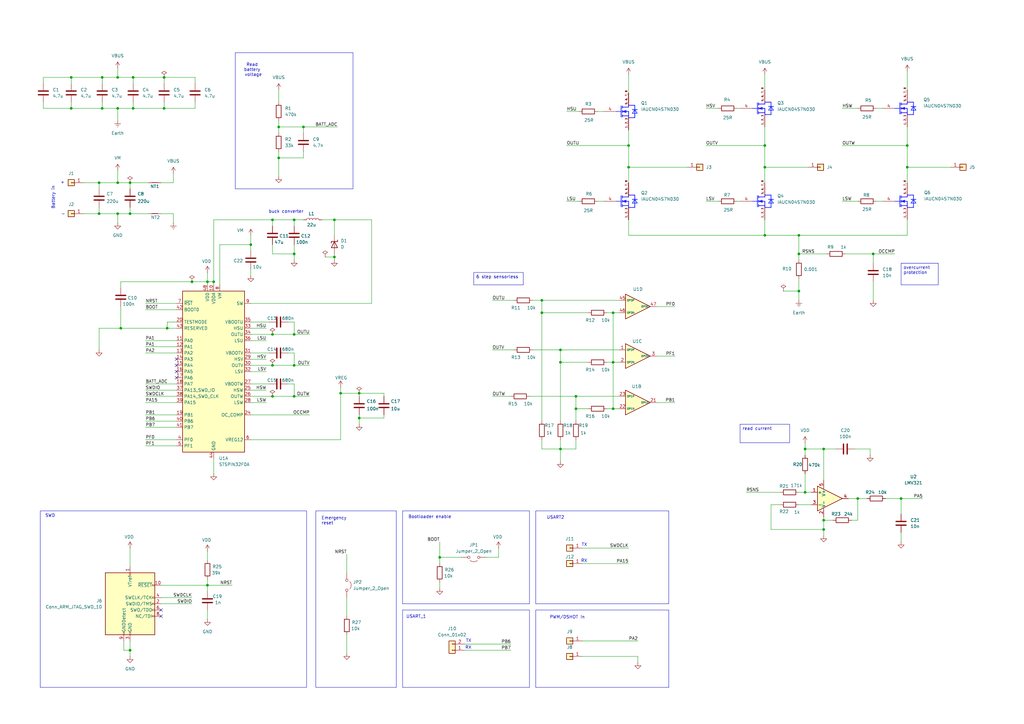
<source format=kicad_sch>
(kicad_sch (version 20250114) (generator "eeschema") (generator_version "9.0")
  (paper "A3")
  (rectangle (start 129.54 209.55) (end 162.56 281.94))
  (rectangle (start 165.1 250.19) (end 217.17 281.94))
  (rectangle (start 219.71 209.55) (end 274.32 247.65))
  (rectangle (start 219.71 250.19) (end 274.32 281.94))
  (rectangle (start 165.1 209.55) (end 217.17 247.65))
  (rectangle (start 16.51 209.55) (end 125.73 281.94))
  (rectangle (start 96.52 21.59) (end 144.78 77.47))
  (text "USART_1" (at 170.688 252.984 0) (effects (font (size 1.27 1.27))))
  (text "SWD\n" (at 20.574 211.582 0) (effects (font (size 1.27 1.27))))
  (text "RX" (at 190.754 265.684 0) (effects (font (size 1.27 1.27)) (justify left)))
  (text "TX" (at 191.008 262.89 0) (effects (font (size 1.27 1.27)) (justify left)))
  (text "RX" (at 238.252 230.124 0) (effects (font (size 1.27 1.27)) (justify left)))
  (text "Emergency\nreset" (at 131.826 213.614 0) (effects (font (size 1.27 1.27)) (justify left)))
  (text "+" (at 25.654 74.93 0) (effects (font (size 1.27 1.27))))
  (text "Read \nbattery \nvoltage" (at 103.886 28.702 0) (effects (font (size 1.27 1.27))))
  (text "USART2" (at 227.838 212.344 0) (effects (font (size 1.27 1.27))))
  (text "-" (at 25.908 87.884 0) (effects (font (size 1.27 1.27))))
  (text "TX" (at 238.506 223.52 0) (effects (font (size 1.27 1.27)) (justify left)))
  (text "Bootloader enable" (at 176.276 212.09 0) (effects (font (size 1.27 1.27))))
  (text "Battery in" (at 21.844 76.2 90) (effects (font (size 1.27 1.27)) (justify right)))
  (text "buck converter" (at 117.348 86.868 0) (effects (font (size 1.27 1.27))))
  (text "PWM/DSHOT In" (at 232.664 253.238 0) (effects (font (size 1.27 1.27))))
  (text_box "read current" (at 303.53 173.99 0) (size 20.32 7.62) (margins 0.9525 0.9525 0.9525 0.9525) (effects (font (size 1.27 1.27)) (justify left top)))
  (text_box "6 step sensorless" (at 194.31 111.76 0) (size 20.32 5.08) (margins 0.9525 0.9525 0.9525 0.9525) (effects (font (size 1.27 1.27)) (justify left top)))
  (text_box "overcurrent protection\n" (at 369.57 107.95 0) (size 15.24 8.89) (margins 0.9525 0.9525 0.9525 0.9525) (effects (font (size 1.27 1.27)) (justify left top)))
  (junction (at 111.76 162.56))
  (junction (at 114.3 64.77))
  (junction (at 85.09 115.57))
  (junction (at 330.2 184.15))
  (junction (at 327.66 119.38))
  (junction (at 369.57 204.47))
  (junction (at 53.34 74.93))
  (junction (at 114.3 52.07))
  (junction (at 40.64 87.63))
  (junction (at 78.74 115.57))
  (junction (at 111.76 149.86))
  (junction (at 40.64 74.93))
  (junction (at 48.26 31.75))
  (junction (at 120.65 162.56))
  (junction (at 120.65 137.16))
  (junction (at 29.21 31.75))
  (junction (at 147.32 171.45))
  (junction (at 137.16 90.17))
  (junction (at 236.22 162.56))
  (junction (at 327.66 96.52))
  (junction (at 251.46 148.59))
  (junction (at 68.58 134.62))
  (junction (at 48.26 87.63))
  (junction (at 120.65 149.86))
  (junction (at 147.32 161.29))
  (junction (at 111.76 90.17))
  (junction (at 87.63 115.57))
  (junction (at 41.91 44.45))
  (junction (at 337.82 217.17))
  (junction (at 48.26 74.93))
  (junction (at 67.31 31.75))
  (junction (at 49.53 134.62))
  (junction (at 330.2 201.93))
  (junction (at 327.66 104.14))
  (junction (at 222.25 123.19))
  (junction (at 222.25 128.27))
  (junction (at 124.46 52.07))
  (junction (at 111.76 137.16))
  (junction (at 67.31 44.45))
  (junction (at 337.82 184.15))
  (junction (at 120.65 104.14))
  (junction (at 372.11 68.58))
  (junction (at 102.87 100.33))
  (junction (at 337.82 213.36))
  (junction (at 372.11 59.69))
  (junction (at 358.14 104.14))
  (junction (at 53.34 87.63))
  (junction (at 313.69 59.69))
  (junction (at 313.69 96.52))
  (junction (at 48.26 44.45))
  (junction (at 54.61 44.45))
  (junction (at 229.87 184.15))
  (junction (at 351.79 204.47))
  (junction (at 229.87 143.51))
  (junction (at 29.21 44.45))
  (junction (at 137.16 105.41))
  (junction (at 251.46 167.64))
  (junction (at 313.69 68.58))
  (junction (at 257.81 68.58))
  (junction (at 41.91 31.75))
  (junction (at 85.09 240.03))
  (junction (at 229.87 148.59))
  (junction (at 139.7 161.29))
  (junction (at 251.46 128.27))
  (junction (at 54.61 31.75))
  (junction (at 236.22 167.64))
  (junction (at 53.34 266.7))
  (junction (at 180.34 228.6))
  (junction (at 257.81 59.69))
  (junction (at 120.65 90.17))
  (no_connect (at 72.39 152.4))
  (no_connect (at 66.04 252.73))
  (no_connect (at 72.39 154.94))
  (no_connect (at 66.04 250.19))
  (no_connect (at 72.39 147.32))
  (no_connect (at 72.39 149.86))
  (wire (pts (xy 199.39 228.6) (xy 204.47 228.6)))
  (wire (pts (xy 369.57 204.47) (xy 369.57 210.82)))
  (wire (pts (xy 137.16 104.14) (xy 137.16 105.41)))
  (wire (pts (xy 257.81 68.58) (xy 281.94 68.58)))
  (wire (pts (xy 54.61 44.45) (xy 54.61 41.91)))
  (wire (pts (xy 41.91 31.75) (xy 48.26 31.75)))
  (wire (pts (xy 359.41 44.45) (xy 361.95 44.45)))
  (wire (pts (xy 345.44 44.45) (xy 351.79 44.45)))
  (wire (pts (xy 229.87 148.59) (xy 241.3 148.59)))
  (wire (pts (xy 114.3 64.77) (xy 114.3 72.39)))
  (wire (pts (xy 80.01 41.91) (xy 80.01 44.45)))
  (wire (pts (xy 114.3 62.23) (xy 114.3 64.77)))
  (wire (pts (xy 330.2 184.15) (xy 330.2 186.69)))
  (wire (pts (xy 29.21 44.45) (xy 29.21 41.91)))
  (wire (pts (xy 59.69 180.34) (xy 72.39 180.34)))
  (wire (pts (xy 85.09 116.84) (xy 85.09 115.57)))
  (wire (pts (xy 80.01 44.45) (xy 67.31 44.45)))
  (wire (pts (xy 85.09 226.06) (xy 85.09 229.87)))
  (wire (pts (xy 372.11 52.07) (xy 372.11 59.69)))
  (wire (pts (xy 120.65 132.08) (xy 120.65 137.16)))
  (wire (pts (xy 222.25 123.19) (xy 222.25 128.27)))
  (wire (pts (xy 137.16 105.41) (xy 137.16 106.68)))
  (wire (pts (xy 236.22 162.56) (xy 236.22 167.64)))
  (wire (pts (xy 102.87 110.49) (xy 102.87 113.03)))
  (wire (pts (xy 372.11 68.58) (xy 372.11 74.93)))
  (wire (pts (xy 102.87 139.7) (xy 109.22 139.7)))
  (wire (pts (xy 337.82 184.15) (xy 342.9 184.15)))
  (wire (pts (xy 229.87 180.34) (xy 229.87 184.15)))
  (wire (pts (xy 59.69 172.72) (xy 72.39 172.72)))
  (wire (pts (xy 229.87 143.51) (xy 254 143.51)))
  (wire (pts (xy 347.98 204.47) (xy 351.79 204.47)))
  (wire (pts (xy 289.56 44.45) (xy 294.64 44.45)))
  (wire (pts (xy 41.91 44.45) (xy 41.91 41.91)))
  (wire (pts (xy 53.34 85.09) (xy 53.34 87.63)))
  (wire (pts (xy 41.91 44.45) (xy 48.26 44.45)))
  (wire (pts (xy 40.64 87.63) (xy 48.26 87.63)))
  (wire (pts (xy 257.81 59.69) (xy 257.81 68.58)))
  (wire (pts (xy 147.32 161.29) (xy 157.48 161.29)))
  (wire (pts (xy 85.09 115.57) (xy 87.63 115.57)))
  (wire (pts (xy 245.11 45.72) (xy 247.65 45.72)))
  (wire (pts (xy 50.8 262.89) (xy 50.8 266.7)))
  (wire (pts (xy 66.04 245.11) (xy 78.74 245.11)))
  (wire (pts (xy 49.53 125.73) (xy 49.53 134.62)))
  (wire (pts (xy 356.87 184.15) (xy 356.87 186.69)))
  (wire (pts (xy 313.69 96.52) (xy 327.66 96.52)))
  (wire (pts (xy 59.69 160.02) (xy 72.39 160.02)))
  (wire (pts (xy 359.41 82.55) (xy 361.95 82.55)))
  (wire (pts (xy 40.64 77.47) (xy 40.64 74.93)))
  (wire (pts (xy 68.58 134.62) (xy 72.39 134.62)))
  (wire (pts (xy 120.65 157.48) (xy 120.65 162.56)))
  (wire (pts (xy 351.79 213.36) (xy 351.79 204.47)))
  (wire (pts (xy 180.34 238.76) (xy 180.34 241.3)))
  (wire (pts (xy 327.66 104.14) (xy 339.09 104.14)))
  (wire (pts (xy 53.34 262.89) (xy 53.34 266.7)))
  (wire (pts (xy 59.69 124.46) (xy 72.39 124.46)))
  (wire (pts (xy 157.48 171.45) (xy 157.48 170.18)))
  (wire (pts (xy 327.66 104.14) (xy 327.66 106.68)))
  (wire (pts (xy 54.61 31.75) (xy 54.61 34.29)))
  (wire (pts (xy 102.87 137.16) (xy 111.76 137.16)))
  (wire (pts (xy 87.63 90.17) (xy 111.76 90.17)))
  (wire (pts (xy 327.66 207.01) (xy 332.74 207.01)))
  (wire (pts (xy 327.66 96.52) (xy 327.66 104.14)))
  (wire (pts (xy 40.64 134.62) (xy 49.53 134.62)))
  (wire (pts (xy 120.65 104.14) (xy 120.65 106.68)))
  (wire (pts (xy 132.08 90.17) (xy 137.16 90.17)))
  (wire (pts (xy 142.24 245.11) (xy 142.24 252.73)))
  (wire (pts (xy 59.69 142.24) (xy 72.39 142.24)))
  (wire (pts (xy 124.46 64.77) (xy 114.3 64.77)))
  (wire (pts (xy 257.81 96.52) (xy 313.69 96.52)))
  (wire (pts (xy 251.46 167.64) (xy 254 167.64)))
  (wire (pts (xy 85.09 111.76) (xy 85.09 115.57)))
  (wire (pts (xy 102.87 132.08) (xy 110.49 132.08)))
  (wire (pts (xy 78.74 115.57) (xy 85.09 115.57)))
  (wire (pts (xy 358.14 115.57) (xy 358.14 123.19)))
  (wire (pts (xy 337.82 213.36) (xy 341.63 213.36)))
  (wire (pts (xy 114.3 49.53) (xy 114.3 52.07)))
  (wire (pts (xy 180.34 222.25) (xy 180.34 228.6)))
  (wire (pts (xy 147.32 171.45) (xy 157.48 171.45)))
  (wire (pts (xy 201.93 143.51) (xy 210.82 143.51)))
  (wire (pts (xy 139.7 161.29) (xy 147.32 161.29)))
  (wire (pts (xy 337.82 184.15) (xy 330.2 184.15)))
  (wire (pts (xy 346.71 104.14) (xy 358.14 104.14)))
  (wire (pts (xy 257.81 68.58) (xy 257.81 74.93)))
  (wire (pts (xy 372.11 29.21) (xy 372.11 36.83)))
  (wire (pts (xy 120.65 149.86) (xy 127 149.86)))
  (wire (pts (xy 102.87 152.4) (xy 109.22 152.4)))
  (wire (pts (xy 87.63 90.17) (xy 87.63 115.57)))
  (wire (pts (xy 59.69 182.88) (xy 72.39 182.88)))
  (wire (pts (xy 87.63 187.96) (xy 87.63 194.31)))
  (wire (pts (xy 302.26 44.45) (xy 303.53 44.45)))
  (wire (pts (xy 139.7 158.75) (xy 139.7 161.29)))
  (wire (pts (xy 124.46 52.07) (xy 138.43 52.07)))
  (wire (pts (xy 111.76 149.86) (xy 120.65 149.86)))
  (wire (pts (xy 67.31 44.45) (xy 54.61 44.45)))
  (wire (pts (xy 236.22 167.64) (xy 241.3 167.64)))
  (wire (pts (xy 261.62 269.24) (xy 261.62 271.78)))
  (wire (pts (xy 29.21 31.75) (xy 29.21 34.29)))
  (wire (pts (xy 321.31 119.38) (xy 327.66 119.38)))
  (wire (pts (xy 251.46 148.59) (xy 251.46 167.64)))
  (wire (pts (xy 102.87 144.78) (xy 110.49 144.78)))
  (wire (pts (xy 53.34 74.93) (xy 53.34 77.47)))
  (wire (pts (xy 111.76 104.14) (xy 120.65 104.14)))
  (wire (pts (xy 248.92 167.64) (xy 251.46 167.64)))
  (wire (pts (xy 313.69 30.48) (xy 313.69 36.83)))
  (wire (pts (xy 48.26 87.63) (xy 53.34 87.63)))
  (wire (pts (xy 142.24 260.35) (xy 142.24 267.97)))
  (wire (pts (xy 372.11 59.69) (xy 372.11 68.58)))
  (wire (pts (xy 17.78 34.29) (xy 17.78 31.75)))
  (wire (pts (xy 217.17 162.56) (xy 236.22 162.56)))
  (wire (pts (xy 71.12 71.12) (xy 71.12 74.93)))
  (wire (pts (xy 238.76 262.89) (xy 261.62 262.89)))
  (wire (pts (xy 363.22 204.47) (xy 369.57 204.47)))
  (wire (pts (xy 72.39 132.08) (xy 68.58 132.08)))
  (wire (pts (xy 102.87 134.62) (xy 109.22 134.62)))
  (wire (pts (xy 369.57 218.44) (xy 369.57 222.25)))
  (wire (pts (xy 327.66 114.3) (xy 327.66 119.38)))
  (wire (pts (xy 17.78 31.75) (xy 29.21 31.75)))
  (wire (pts (xy 222.25 123.19) (xy 254 123.19)))
  (wire (pts (xy 59.69 144.78) (xy 72.39 144.78)))
  (wire (pts (xy 248.92 148.59) (xy 251.46 148.59)))
  (wire (pts (xy 85.09 237.49) (xy 85.09 240.03)))
  (wire (pts (xy 257.81 53.34) (xy 257.81 59.69)))
  (wire (pts (xy 316.23 207.01) (xy 320.04 207.01)))
  (wire (pts (xy 53.34 266.7) (xy 53.34 269.24)))
  (wire (pts (xy 218.44 123.19) (xy 222.25 123.19)))
  (wire (pts (xy 34.29 87.63) (xy 40.64 87.63)))
  (wire (pts (xy 147.32 171.45) (xy 147.32 170.18)))
  (wire (pts (xy 111.76 92.71) (xy 111.76 90.17)))
  (wire (pts (xy 229.87 184.15) (xy 229.87 189.23)))
  (wire (pts (xy 222.25 128.27) (xy 222.25 172.72)))
  (wire (pts (xy 157.48 161.29) (xy 157.48 162.56)))
  (wire (pts (xy 232.41 45.72) (xy 237.49 45.72)))
  (wire (pts (xy 204.47 228.6) (xy 204.47 224.79)))
  (wire (pts (xy 111.76 137.16) (xy 120.65 137.16)))
  (wire (pts (xy 67.31 31.75) (xy 67.31 34.29)))
  (wire (pts (xy 118.11 144.78) (xy 120.65 144.78)))
  (wire (pts (xy 313.69 68.58) (xy 331.47 68.58)))
  (wire (pts (xy 345.44 82.55) (xy 351.79 82.55)))
  (wire (pts (xy 80.01 31.75) (xy 80.01 34.29)))
  (wire (pts (xy 102.87 157.48) (xy 110.49 157.48)))
  (wire (pts (xy 337.82 213.36) (xy 337.82 217.17)))
  (wire (pts (xy 29.21 44.45) (xy 41.91 44.45)))
  (wire (pts (xy 59.69 170.18) (xy 72.39 170.18)))
  (wire (pts (xy 102.87 160.02) (xy 109.22 160.02)))
  (wire (pts (xy 257.81 224.79) (xy 238.76 224.79)))
  (wire (pts (xy 372.11 68.58) (xy 389.89 68.58)))
  (wire (pts (xy 330.2 181.61) (xy 330.2 184.15)))
  (wire (pts (xy 59.69 175.26) (xy 72.39 175.26)))
  (wire (pts (xy 236.22 180.34) (xy 236.22 184.15)))
  (wire (pts (xy 102.87 180.34) (xy 139.7 180.34)))
  (wire (pts (xy 41.91 31.75) (xy 29.21 31.75)))
  (wire (pts (xy 248.92 128.27) (xy 251.46 128.27)))
  (wire (pts (xy 201.93 123.19) (xy 210.82 123.19)))
  (wire (pts (xy 229.87 184.15) (xy 236.22 184.15)))
  (wire (pts (xy 49.53 115.57) (xy 78.74 115.57)))
  (wire (pts (xy 372.11 90.17) (xy 372.11 96.52)))
  (wire (pts (xy 147.32 161.29) (xy 147.32 162.56)))
  (wire (pts (xy 120.65 144.78) (xy 120.65 149.86)))
  (wire (pts (xy 330.2 194.31) (xy 330.2 201.93)))
  (wire (pts (xy 118.11 132.08) (xy 120.65 132.08)))
  (wire (pts (xy 257.81 90.17) (xy 257.81 96.52)))
  (wire (pts (xy 48.26 44.45) (xy 54.61 44.45)))
  (wire (pts (xy 142.24 227.33) (xy 142.24 234.95)))
  (wire (pts (xy 218.44 143.51) (xy 229.87 143.51)))
  (wire (pts (xy 236.22 167.64) (xy 236.22 172.72)))
  (wire (pts (xy 316.23 217.17) (xy 337.82 217.17)))
  (wire (pts (xy 59.69 165.1) (xy 72.39 165.1)))
  (wire (pts (xy 222.25 128.27) (xy 241.3 128.27)))
  (wire (pts (xy 53.34 87.63) (xy 60.96 87.63)))
  (wire (pts (xy 71.12 87.63) (xy 71.12 91.44)))
  (wire (pts (xy 48.26 74.93) (xy 53.34 74.93)))
  (wire (pts (xy 229.87 143.51) (xy 229.87 148.59)))
  (wire (pts (xy 180.34 228.6) (xy 180.34 231.14)))
  (wire (pts (xy 54.61 31.75) (xy 67.31 31.75)))
  (wire (pts (xy 229.87 148.59) (xy 229.87 172.72)))
  (wire (pts (xy 147.32 171.45) (xy 147.32 173.99)))
  (wire (pts (xy 190.5 264.16) (xy 209.55 264.16)))
  (wire (pts (xy 48.26 31.75) (xy 54.61 31.75)))
  (wire (pts (xy 53.34 74.93) (xy 60.96 74.93)))
  (wire (pts (xy 66.04 247.65) (xy 78.74 247.65)))
  (wire (pts (xy 114.3 36.83) (xy 114.3 41.91)))
  (wire (pts (xy 327.66 96.52) (xy 372.11 96.52)))
  (wire (pts (xy 345.44 59.69) (xy 372.11 59.69)))
  (wire (pts (xy 330.2 201.93) (xy 332.74 201.93)))
  (wire (pts (xy 102.87 162.56) (xy 111.76 162.56)))
  (wire (pts (xy 245.11 82.55) (xy 247.65 82.55)))
  (wire (pts (xy 238.76 231.14) (xy 257.81 231.14)))
  (wire (pts (xy 85.09 250.19) (xy 85.09 254)))
  (wire (pts (xy 49.53 118.11) (xy 49.53 115.57)))
  (wire (pts (xy 152.4 124.46) (xy 102.87 124.46)))
  (wire (pts (xy 67.31 44.45) (xy 67.31 41.91)))
  (wire (pts (xy 137.16 90.17) (xy 137.16 96.52)))
  (wire (pts (xy 53.34 224.79) (xy 53.34 232.41)))
  (wire (pts (xy 222.25 180.34) (xy 222.25 184.15)))
  (wire (pts (xy 34.29 74.93) (xy 40.64 74.93)))
  (wire (pts (xy 236.22 162.56) (xy 254 162.56)))
  (wire (pts (xy 269.24 125.73) (xy 276.86 125.73)))
  (wire (pts (xy 48.26 27.94) (xy 48.26 31.75)))
  (wire (pts (xy 66.04 87.63) (xy 71.12 87.63)))
  (wire (pts (xy 40.64 74.93) (xy 48.26 74.93)))
  (wire (pts (xy 232.41 82.55) (xy 237.49 82.55)))
  (wire (pts (xy 120.65 137.16) (xy 127 137.16)))
  (wire (pts (xy 68.58 132.08) (xy 68.58 134.62)))
  (wire (pts (xy 59.69 162.56) (xy 72.39 162.56)))
  (wire (pts (xy 85.09 240.03) (xy 85.09 242.57)))
  (wire (pts (xy 120.65 90.17) (xy 120.65 92.71)))
  (wire (pts (xy 102.87 165.1) (xy 109.22 165.1)))
  (wire (pts (xy 180.34 228.6) (xy 189.23 228.6)))
  (wire (pts (xy 358.14 104.14) (xy 367.03 104.14)))
  (wire (pts (xy 102.87 170.18) (xy 127 170.18)))
  (wire (pts (xy 48.26 87.63) (xy 48.26 91.44)))
  (wire (pts (xy 59.69 127) (xy 72.39 127)))
  (wire (pts (xy 306.07 201.93) (xy 320.04 201.93)))
  (wire (pts (xy 102.87 147.32) (xy 109.22 147.32)))
  (wire (pts (xy 251.46 148.59) (xy 254 148.59)))
  (wire (pts (xy 59.69 157.48) (xy 72.39 157.48)))
  (wire (pts (xy 124.46 62.23) (xy 124.46 64.77)))
  (wire (pts (xy 139.7 180.34) (xy 139.7 161.29)))
  (wire (pts (xy 59.69 139.7) (xy 72.39 139.7)))
  (wire (pts (xy 269.24 165.1) (xy 276.86 165.1)))
  (wire (pts (xy 337.82 217.17) (xy 337.82 219.71)))
  (wire (pts (xy 66.04 74.93) (xy 71.12 74.93)))
  (wire (pts (xy 114.3 52.07) (xy 114.3 54.61)))
  (wire (pts (xy 66.04 240.03) (xy 85.09 240.03)))
  (wire (pts (xy 251.46 128.27) (xy 251.46 148.59)))
  (wire (pts (xy 90.17 100.33) (xy 102.87 100.33)))
  (wire (pts (xy 102.87 96.52) (xy 102.87 100.33)))
  (wire (pts (xy 289.56 59.69) (xy 313.69 59.69)))
  (wire (pts (xy 349.25 213.36) (xy 351.79 213.36)))
  (wire (pts (xy 17.78 41.91) (xy 17.78 44.45)))
  (wire (pts (xy 257.81 38.1) (xy 257.81 30.48)))
  (wire (pts (xy 102.87 149.86) (xy 111.76 149.86)))
  (wire (pts (xy 302.26 82.55) (xy 303.53 82.55)))
  (wire (pts (xy 120.65 100.33) (xy 120.65 104.14)))
  (wire (pts (xy 327.66 201.93) (xy 330.2 201.93)))
  (wire (pts (xy 232.41 59.69) (xy 257.81 59.69)))
  (wire (pts (xy 102.87 100.33) (xy 102.87 102.87)))
  (wire (pts (xy 118.11 157.48) (xy 120.65 157.48)))
  (wire (pts (xy 313.69 68.58) (xy 313.69 74.93)))
  (wire (pts (xy 124.46 52.07) (xy 124.46 54.61)))
  (wire (pts (xy 137.16 90.17) (xy 152.4 90.17)))
  (wire (pts (xy 369.57 204.47) (xy 378.46 204.47)))
  (wire (pts (xy 351.79 204.47) (xy 355.6 204.47)))
  (wire (pts (xy 120.65 162.56) (xy 127 162.56)))
  (wire (pts (xy 111.76 90.17) (xy 120.65 90.17)))
  (wire (pts (xy 350.52 184.15) (xy 356.87 184.15)))
  (wire (pts (xy 289.56 82.55) (xy 294.64 82.55)))
  (wire (pts (xy 114.3 52.07) (xy 124.46 52.07)))
  (wire (pts (xy 238.76 269.24) (xy 261.62 269.24)))
  (wire (pts (xy 90.17 100.33) (xy 90.17 116.84)))
  (wire (pts (xy 152.4 90.17) (xy 152.4 124.46)))
  (wire (pts (xy 41.91 31.75) (xy 41.91 34.29)))
  (wire (pts (xy 49.53 134.62) (xy 68.58 134.62)))
  (wire (pts (xy 133.35 105.41) (xy 137.16 105.41)))
  (wire (pts (xy 316.23 207.01) (xy 316.23 217.17)))
  (wire (pts (xy 201.93 162.56) (xy 209.55 162.56)))
  (wire (pts (xy 269.24 146.05) (xy 276.86 146.05)))
  (wire (pts (xy 85.09 240.03) (xy 95.25 240.03)))
  (wire (pts (xy 40.64 85.09) (xy 40.64 87.63)))
  (wire (pts (xy 40.64 134.62) (xy 40.64 143.51)))
  (wire (pts (xy 222.25 184.15) (xy 229.87 184.15)))
  (wire (pts (xy 313.69 59.69) (xy 313.69 68.58)))
  (wire (pts (xy 337.82 184.15) (xy 337.82 196.85)))
  (wire (pts (xy 313.69 90.17) (xy 313.69 96.52)))
  (wire (pts (xy 327.66 119.38) (xy 327.66 123.19)))
  (wire (pts (xy 50.8 266.7) (xy 53.34 266.7)))
  (wire (pts (xy 111.76 162.56) (xy 120.65 162.56)))
  (wire (pts (xy 190.5 266.7) (xy 209.55 266.7)))
  (wire (pts (xy 120.65 90.17) (xy 124.46 90.17)))
  (wire (pts (xy 67.31 31.75) (xy 80.01 31.75)))
  (wire (pts (xy 251.46 128.27) (xy 254 128.27)))
  (wire (pts (xy 48.26 44.45) (xy 48.26 49.53)))
  (wire (pts (xy 337.82 212.09) (xy 337.82 213.36)))
  (wire (pts (xy 111.76 100.33) (xy 111.76 104.14)))
  (wire (pts (xy 358.14 104.14) (xy 358.14 107.95)))
  (wire (pts (xy 48.26 69.85) (xy 48.26 74.93)))
  (wire (pts (xy 313.69 52.07) (xy 313.69 59.69)))
  (wire (pts (xy 87.63 115.57) (xy 87.63 116.84)))
  (wire (pts (xy 29.21 44.45) (xy 17.78 44.45)))
  (label "OUTU" (at 127 137.16 180))
  (label "OUTW" (at 201.93 162.56 0))
  (label "PB7" (at 209.55 266.7 180))
  (label "BOOT" (at 59.69 127 0))
  (label "HSW" (at 345.44 44.45 0))
  (label "PA1" (at 59.69 142.24 0))
  (label "HSV" (at 109.22 147.32 180))
  (label "SWDIO" (at 78.74 247.65 180))
  (label "SWDCLK" (at 257.81 224.79 180))
  (label "OUTW" (at 345.44 59.69 0))
  (label "PA15" (at 59.69 165.1 0))
  (label "PB1" (at 59.69 170.18 0))
  (label "PB1" (at 276.86 165.1 180))
  (label "HSW" (at 109.22 160.02 180))
  (label "OUTU" (at 201.93 123.19 0))
  (label "OUTV" (at 201.93 143.51 0))
  (label "LSV" (at 289.56 82.55 0))
  (label "PF1" (at 59.69 182.88 0))
  (label "LSV" (at 109.22 152.4 180))
  (label "PB7" (at 59.69 175.26 0))
  (label "PA2" (at 59.69 144.78 0))
  (label "PA2" (at 261.62 262.89 180))
  (label "NRST" (at 142.24 227.33 180))
  (label "HSV" (at 289.56 44.45 0))
  (label "RSNS" (at 328.93 104.14 0))
  (label "LSW" (at 345.44 82.55 0))
  (label "OUTW" (at 127 162.56 180))
  (label "OCCMP" (at 367.03 104.14 180))
  (label "OCCMP" (at 127 170.18 180))
  (label "PF1" (at 276.86 146.05 180))
  (label "NRST" (at 95.25 240.03 180))
  (label "SWDCLK" (at 78.74 245.11 180))
  (label "RSNS" (at 306.07 201.93 0))
  (label "PA15" (at 257.81 231.14 180))
  (label "HSU" (at 232.41 45.72 0))
  (label "SWDCLK" (at 59.69 162.56 0))
  (label "SWDIO" (at 59.69 160.02 0))
  (label "PA5" (at 378.46 204.47 180))
  (label "LSW" (at 109.22 165.1 180))
  (label "PB6" (at 59.69 172.72 0))
  (label "BOOT" (at 180.34 222.25 180))
  (label "PB6" (at 209.55 264.16 180))
  (label "OUTU" (at 232.41 59.69 0))
  (label "OUTV" (at 127 149.86 180))
  (label "PF0" (at 59.69 180.34 0))
  (label "PF0" (at 276.86 125.73 180))
  (label "LSU" (at 232.41 82.55 0))
  (label "NRST" (at 59.69 124.46 0))
  (label "BATT_ADC" (at 138.43 52.07 180))
  (label "LSU" (at 109.22 139.7 180))
  (label "PA1" (at 59.69 139.7 0))
  (label "OUTV" (at 289.56 59.69 0))
  (label "BATT_ADC" (at 59.69 157.48 0))
  (label "HSU" (at 109.22 134.62 180))
  (symbol (lib_id "Device:R") (at 180.34 234.95 180) (unit 1)
    (property "Reference" "R26" (at 182.372 233.68 0) (effects (justify right)))
    (property "Value" "10k" (at 182.118 236.22 0) (effects (justify right)))
    (property "Footprint" "Resistor_SMD:R_0603_1608Metric" (effects (hide yes)))
    (property "Description" "Resistor" (effects (hide yes)))
  )
  (symbol (lib_id "Device:C") (at 17.78 38.1 0) (unit 1)
    (property "Reference" "C1" (at 21.59 36.8299 0) (effects (justify left)))
    (property "Value" "4.7u" (at 21.59 39.3699 0) (effects (justify left)))
    (property "Footprint" "Capacitor_SMD:C_0805_2012Metric" (effects (hide yes)))
    (property "Description" "Unpolarized capacitor" (effects (hide yes)))
  )
  (symbol (lib_id "Amplifier_Operational:LMV321") (at 340.36 204.47 0) (unit 1)
    (property "Reference" "U2" (at 374.65 195.5098 0))
    (property "Value" "LMV321" (at 374.65 198.0498 0))
    (property "Footprint" "Package_TO_SOT_SMD:SOT-353_SC-70-5_Handsoldering" (effects (hide yes)))
    (property "Datasheet" "http://www.ti.com/lit/ds/symlink/lmv324.pdf" (effects (hide yes)))
    (property "Description" "Low-Voltage Rail-to-Rail Output Operational Amplifiers, SOT-23-5/SC-70-5" (effects (hide yes)))
  )
  (symbol (lib_id "power:PWR_FLAG") (at 111.76 149.86 0) (unit 1)
    (property "Reference" "#FLG06" (effects (hide yes)))
    (property "Value" "PWR_FLAG" (effects (hide yes)))
    (property "Description" "Special symbol for telling ERC where power comes from" (effects (hide yes)))
  )
  (symbol (lib_id "power:Earth") (at 71.12 91.44 0) (unit 1)
    (property "Reference" "#PWR014" (effects (hide yes)))
    (property "Value" "Earth" (effects (hide yes)))
    (property "Description" "Power symbol creates a global label with name \"Earth\"" (effects (hide yes)))
  )
  (symbol (lib_id "Device:R") (at 213.36 162.56 270) (unit 1)
    (property "Reference" "R15" (at 210.312 165.608 90))
    (property "Value" "10k" (at 216.662 165.608 90))
    (property "Footprint" "Resistor_SMD:R_0603_1608Metric" (effects (hide yes)))
    (property "Description" "Resistor" (effects (hide yes)))
  )
  (symbol (lib_id "power:GND") (at 48.26 91.44 0) (unit 1)
    (property "Reference" "#PWR025" (effects (hide yes)))
    (property "Value" "GND" (at 48.26 96.52 0))
    (property "Description" "Power symbol creates a global label with name \"GND\" , ground" (effects (hide yes)))
  )
  (symbol (lib_id "power:PWR_FLAG") (at 67.31 31.75 0) (unit 1)
    (property "Reference" "#FLG01" (effects (hide yes)))
    (property "Value" "PWR_FLAG" (effects (hide yes)))
    (property "Description" "Special symbol for telling ERC where power comes from" (effects (hide yes)))
  )
  (symbol (lib_id "Device:R") (at 355.6 82.55 90) (unit 1)
    (property "Reference" "R8" (at 355.346 80.01 90))
    (property "Value" "25R" (at 355.6 85.852 90))
    (property "Footprint" "Resistor_SMD:R_0603_1608Metric" (effects (hide yes)))
    (property "Description" "Resistor" (effects (hide yes)))
  )
  (symbol (lib_id "Connector_Generic:Conn_01x01") (at 336.55 68.58 0) (unit 1)
    (property "Reference" "J4" (at 339.09 68.5799 0) (effects (justify left)))
    (property "Value" "Conn_01x01" (effects (hide yes)))
    (property "Footprint" "Connector_Wire:SolderWirePad_1x01_SMD_3x6mm" (effects (hide yes)))
    (property "Description" "Generic connector, single row, 01x01, script generated (kicad-library-utils/schlib/autogen/connector/)" (effects (hide yes)))
  )
  (symbol (lib_id "power:PWR_FLAG") (at 133.35 105.41 0) (unit 1)
    (property "Reference" "#FLG08" (effects (hide yes)))
    (property "Value" "PWR_FLAG" (effects (hide yes)))
    (property "Description" "Special symbol for telling ERC where power comes from" (effects (hide yes)))
  )
  (symbol (lib_id "power:+BATT") (at 257.81 30.48 0) (unit 1)
    (property "Reference" "#PWR031" (effects (hide yes)))
    (property "Value" "VBUS" (at 257.81 25.4 0))
    (property "Description" "Power symbol creates a global label with name \"+BATT\"" (effects (hide yes)))
  )
  (symbol (lib_id "Connector:Conn_ARM_JTAG_SWD_10") (at 53.34 247.65 0) (unit 1)
    (property "Reference" "J6" (at 41.91 246.3799 0) (effects (justify right)))
    (property "Value" "Conn_ARM_JTAG_SWD_10" (at 41.91 248.9199 0) (effects (justify right)))
    (property "Datasheet" "http://infocenter.arm.com/help/topic/com.arm.doc.ddi0314h/DDI0314H_coresight_components_trm.pdf" (effects (hide yes)))
    (property "Description" "Cortex Debug Connector, standard ARM Cortex-M SWD and JTAG interface" (effects (hide yes)))
  )
  (symbol (lib_id "IAUCN04S7N030:IAUCN04S7N030") (at 367.03 41.91 0) (unit 1)
    (property "Reference" "Q5" (at 378.714 40.894 0) (effects (justify left)))
    (property "Value" "IAUCN04S7N030" (at 378.714 43.434 0) (effects (justify left)))
    (property "Footprint" "footprints:INF-PG-TDSON-8-33-V" (effects (hide yes)))
    (property "Description" "Insulated-Gate Field-Effect Transistor (IGFET), N-Channel, Enhancement, Body Diode, Pin 1 Source, 2 Source, 3 Source, 4 Gate, 5 Drain, 6 Drain, 7 Drain, 8 Drain, 8 Pins" (effects (hide yes)))
  )
  (symbol (lib_id "power:GND") (at 369.57 222.25 0) (unit 1)
    (property "Reference" "#PWR015" (effects (hide yes)))
    (property "Value" "GND" (effects (hide yes)))
    (property "Description" "Power symbol creates a global label with name \"GND\" , ground" (effects (hide yes)))
  )
  (symbol (lib_id "Connector_Generic:Conn_01x01") (at 287.02 68.58 0) (unit 1)
    (property "Reference" "J3" (at 289.56 68.5799 0) (effects (justify left)))
    (property "Value" "Conn_01x01" (effects (hide yes)))
    (property "Footprint" "Connector_Wire:SolderWirePad_1x01_SMD_3x6mm" (effects (hide yes)))
    (property "Description" "Generic connector, single row, 01x01, script generated (kicad-library-utils/schlib/autogen/connector/)" (effects (hide yes)))
  )
  (symbol (lib_id "Connector_Generic:Conn_01x01") (at 233.68 262.89 180) (unit 1)
    (property "Reference" "J9" (at 233.68 259.08 0))
    (property "Value" "Conn_01x01" (effects (hide yes)))
    (property "Footprint" "Connector_Wire:SolderWire-1.5sqmm_1x01_D1.7mm_OD3.9mm" (effects (hide yes)))
    (property "Description" "Generic connector, single row, 01x01, script generated (kicad-library-utils/schlib/autogen/connector/)" (effects (hide yes)))
  )
  (symbol (lib_id "STPS0560Z_edit:D") (at 137.16 100.33 270) (unit 1)
    (property "Reference" "D1" (at 139.7 98.7424 90) (effects (justify left)))
    (property "Value" "D" (at 139.7 101.2824 90) (effects (justify left)))
    (property "Description" "Diode" (effects (hide yes)))
    (property "Sim.Device" "D" (effects (hide yes)))
    (property "Sim.Pins" "1=K 2=A" (effects (hide yes)))
  )
  (symbol (lib_id "Device:R") (at 241.3 45.72 90) (unit 1)
    (property "Reference" "R3" (at 241.3 42.672 90))
    (property "Value" "25R" (at 241.554 49.276 90))
    (property "Footprint" "Resistor_SMD:R_0603_1608Metric" (effects (hide yes)))
    (property "Description" "Resistor" (effects (hide yes)))
  )
  (symbol (lib_id "Device:R") (at 142.24 256.54 180) (unit 1)
    (property "Reference" "R27" (at 144.272 255.27 0) (effects (justify right)))
    (property "Value" "10k" (at 144.018 257.81 0) (effects (justify right)))
    (property "Footprint" "Resistor_SMD:R_0603_1608Metric" (effects (hide yes)))
    (property "Description" "Resistor" (effects (hide yes)))
  )
  (symbol (lib_id "Device:C") (at 49.53 121.92 0) (unit 1)
    (property "Reference" "C10" (at 52.324 122.174 0) (effects (justify left)))
    (property "Value" "100n" (at 50.292 124.714 0) (effects (justify left)))
    (property "Footprint" "Capacitor_SMD:C_0603_1608Metric" (effects (hide yes)))
    (property "Description" "Unpolarized capacitor" (effects (hide yes)))
  )
  (symbol (lib_id "Device:R") (at 323.85 207.01 90) (unit 1)
    (property "Reference" "R22" (at 321.564 209.804 90))
    (property "Value" "1k" (at 326.898 210.058 90))
    (property "Footprint" "Resistor_SMD:R_0603_1608Metric" (effects (hide yes)))
    (property "Description" "Resistor" (effects (hide yes)))
  )
  (symbol (lib_id "power:Earth") (at 327.66 123.19 0) (unit 1)
    (property "Reference" "#PWR04" (effects (hide yes)))
    (property "Value" "Earth" (at 327.66 128.27 0))
    (property "Description" "Power symbol creates a global label with name \"Earth\"" (effects (hide yes)))
  )
  (symbol (lib_id "Device:R") (at 85.09 233.68 180) (unit 1)
    (property "Reference" "R25" (at 87.122 232.41 0) (effects (justify right)))
    (property "Value" "39k" (at 86.868 234.95 0) (effects (justify right)))
    (property "Footprint" "Resistor_SMD:R_0603_1608Metric" (effects (hide yes)))
    (property "Description" "Resistor" (effects (hide yes)))
  )
  (symbol (lib_id "power:PWR_FLAG") (at 78.74 115.57 0) (unit 1)
    (property "Reference" "#FLG03" (effects (hide yes)))
    (property "Value" "PWR_FLAG" (effects (hide yes)))
    (property "Description" "Special symbol for telling ERC where power comes from" (effects (hide yes)))
  )
  (symbol (lib_id "Device:R") (at 114.3 58.42 180) (unit 1)
    (property "Reference" "R2" (at 116.84 57.1499 0) (effects (justify right)))
    (property "Value" "33k" (at 116.84 59.6899 0) (effects (justify right)))
    (property "Footprint" "Resistor_SMD:R_0603_1608Metric" (effects (hide yes)))
    (property "Description" "Resistor" (effects (hide yes)))
  )
  (symbol (lib_id "Device:R") (at 298.45 44.45 90) (unit 1)
    (property "Reference" "R4" (at 298.196 40.894 90))
    (property "Value" "25R" (at 298.45 48.26 90))
    (property "Footprint" "Resistor_SMD:R_0603_1608Metric" (effects (hide yes)))
    (property "Description" "Resistor" (effects (hide yes)))
  )
  (symbol (lib_id "power:+BATT") (at 53.34 224.79 0) (unit 1)
    (property "Reference" "#PWR030" (effects (hide yes)))
    (property "Value" "VDD" (at 51.054 220.218 0) (effects (justify left)))
    (property "Description" "Power symbol creates a global label with name \"+BATT\"" (effects (hide yes)))
  )
  (symbol (lib_id "power:+BATT") (at 139.7 158.75 0) (unit 1)
    (property "Reference" "#PWR024" (effects (hide yes)))
    (property "Value" "VREG" (at 137.414 154.94 0) (effects (justify left)))
    (property "Description" "Power symbol creates a global label with name \"+BATT\"" (effects (hide yes)))
  )
  (symbol (lib_id "power:GND") (at 147.32 173.99 0) (unit 1)
    (property "Reference" "#PWR05" (effects (hide yes)))
    (property "Value" "GND" (effects (hide yes)))
    (property "Description" "Power symbol creates a global label with name \"GND\" , ground" (effects (hide yes)))
  )
  (symbol (lib_id "IAUCN04S7N030:IAUCN04S7N030") (at 308.61 41.91 0) (unit 1)
    (property "Reference" "Q3" (at 318.77 42.2784 0) (effects (justify left)))
    (property "Value" "IAUCN04S7N030" (at 318.77 44.8184 0) (effects (justify left)))
    (property "Footprint" "footprints:INF-PG-TDSON-8-33-V" (effects (hide yes)))
    (property "Description" "Insulated-Gate Field-Effect Transistor (IGFET), N-Channel, Enhancement, Body Diode, Pin 1 Source, 2 Source, 3 Source, 4 Gate, 5 Drain, 6 Drain, 7 Drain, 8 Drain, 8 Pins" (effects (hide yes)))
  )
  (symbol (lib_id "power:GND") (at 142.24 267.97 0) (unit 1)
    (property "Reference" "#PWR035" (effects (hide yes)))
    (property "Value" "GND" (effects (hide yes)))
    (property "Description" "Power symbol creates a global label with name \"GND\" , ground" (effects (hide yes)))
  )
  (symbol (lib_id "Device:C") (at 40.64 81.28 180) (unit 1) (on_board no)
    (property "Reference" "C7" (at 43.688 79.502 0) (effects (justify right)))
    (property "Value" "220u" (at 43.688 82.55 0) (effects (justify right)))
    (property "Description" "Unpolarized capacitor" (effects (hide yes)))
  )
  (symbol (lib_id "power:GND") (at 229.87 189.23 0) (unit 1)
    (property "Reference" "#PWR029" (effects (hide yes)))
    (property "Value" "GND" (effects (hide yes)))
    (property "Description" "Power symbol creates a global label with name \"GND\" , ground" (effects (hide yes)))
  )
  (symbol (lib_id "Device:C") (at 102.87 106.68 0) (unit 1)
    (property "Reference" "C22" (at 95.758 106.934 0) (effects (justify left)))
    (property "Value" "10u" (at 103.632 109.474 0) (effects (justify left)))
    (property "Footprint" "Capacitor_SMD:C_0805_2012Metric_Pad1.18x1.45mm_HandSolder" (effects (hide yes)))
    (property "Description" "Unpolarized capacitor" (effects (hide yes)))
  )
  (symbol (lib_id "Device:R") (at 323.85 201.93 90) (unit 1)
    (property "Reference" "R21" (at 321.564 199.39 90))
    (property "Value" "171k" (at 326.644 199.136 90))
    (property "Footprint" "Resistor_SMD:R_0603_1608Metric" (effects (hide yes)))
    (property "Description" "Resistor" (effects (hide yes)))
  )
  (symbol (lib_id "Device:L") (at 128.27 90.17 90) (unit 1)
    (property "Reference" "L1" (at 127.762 87.63 90))
    (property "Value" "22u" (at 127.762 92.202 90))
    (property "Footprint" "IND_BOURNS_SRN3015:IND_BOURNS_SRN3015" (effects (hide yes)))
    (property "Description" "FIXED IND 22UH 600MA 622MOHM SMD" (effects (hide yes)))
  )
  (symbol (lib_id "Connector_Generic:Conn_01x01") (at 233.68 224.79 180) (unit 1)
    (property "Reference" "J11" (at 233.68 220.98 0))
    (property "Value" "Conn_01x01" (effects (hide yes)))
    (property "Footprint" "Connector_Wire:SolderWire-1.5sqmm_1x01_D1.7mm_OD3.9mm" (effects (hide yes)))
    (property "Description" "Generic connector, single row, 01x01, script generated (kicad-library-utils/schlib/autogen/connector/)" (effects (hide yes)))
  )
  (symbol (lib_id "Device:C") (at 114.3 132.08 90) (unit 1)
    (property "Reference" "C13" (at 111.506 130.556 90))
    (property "Value" "680n" (at 118.11 130.556 90))
    (property "Footprint" "Capacitor_SMD:C_0603_1608Metric" (effects (hide yes)))
    (property "Description" "Unpolarized capacitor" (effects (hide yes)))
  )
  (symbol (lib_id "Device:C") (at 53.34 81.28 180) (unit 1) (on_board no)
    (property "Reference" "C8" (at 56.388 79.502 0) (effects (justify right)))
    (property "Value" "220u" (at 56.388 82.55 0) (effects (justify right)))
    (property "Description" "Unpolarized capacitor" (effects (hide yes)))
  )
  (symbol (lib_id "power:GND") (at 358.14 123.19 0) (unit 1)
    (property "Reference" "#PWR06" (effects (hide yes)))
    (property "Value" "GND" (effects (hide yes)))
    (property "Description" "Power symbol creates a global label with name \"GND\" , ground" (effects (hide yes)))
  )
  (symbol (lib_id "Device:R") (at 245.11 148.59 270) (unit 1)
    (property "Reference" "R14" (at 242.062 151.638 90))
    (property "Value" "10k" (at 248.412 151.638 90))
    (property "Footprint" "Resistor_SMD:R_0603_1608Metric" (effects (hide yes)))
    (property "Description" "Resistor" (effects (hide yes)))
  )
  (symbol (lib_id "IAUCN04S7N030:IAUCN04S7N030") (at 367.03 80.01 0) (unit 1)
    (property "Reference" "Q6" (at 378.968 78.994 0) (effects (justify left)))
    (property "Value" "IAUCN04S7N030" (at 378.968 81.534 0) (effects (justify left)))
    (property "Footprint" "footprints:INF-PG-TDSON-8-33-V" (effects (hide yes)))
    (property "Description" "Insulated-Gate Field-Effect Transistor (IGFET), N-Channel, Enhancement, Body Diode, Pin 1 Source, 2 Source, 3 Source, 4 Gate, 5 Drain, 6 Drain, 7 Drain, 8 Drain, 8 Pins" (effects (hide yes)))
  )
  (symbol (lib_id "Jumper:Jumper_2_Open") (at 194.31 228.6 180) (unit 1)
    (property "Reference" "JP1" (at 194.31 223.52 0))
    (property "Value" "Jumper_2_Open" (at 194.31 226.06 0))
    (property "Footprint" "TestPoint:TestPoint_2Pads_Pitch2.54mm_Drill0.8mm" (effects (hide yes)))
    (property "Description" "Jumper, 2-pole, open" (effects (hide yes)))
  )
  (symbol (lib_id "Connector_Generic:Conn_01x01") (at 233.68 269.24 180) (unit 1)
    (property "Reference" "J8" (at 233.68 265.43 0))
    (property "Value" "Conn_01x01" (effects (hide yes)))
    (property "Footprint" "Connector_Wire:SolderWire-1.5sqmm_1x01_D1.7mm_OD3.9mm" (effects (hide yes)))
    (property "Description" "Generic connector, single row, 01x01, script generated (kicad-library-utils/schlib/autogen/connector/)" (effects (hide yes)))
  )
  (symbol (lib_id "Device:R") (at 330.2 190.5 180) (unit 1)
    (property "Reference" "R20" (at 327.152 190.5 0))
    (property "Value" "470k" (at 334.01 190.754 0))
    (property "Footprint" "Resistor_SMD:R_0603_1608Metric" (effects (hide yes)))
    (property "Description" "Resistor" (effects (hide yes)))
  )
  (symbol (lib_id "power:+15V") (at 102.87 96.52 0) (unit 1)
    (property "Reference" "#PWR023" (effects (hide yes)))
    (property "Value" "VM" (at 98.552 94.488 0))
    (property "Description" "Power symbol creates a global label with name \"+15V\"" (effects (hide yes)))
  )
  (symbol (lib_id "Device:C") (at 157.48 166.37 180) (unit 1)
    (property "Reference" "C17" (at 160.274 164.592 0) (effects (justify right)))
    (property "Value" "10u" (at 160.274 167.64 0) (effects (justify right)))
    (property "Footprint" "Capacitor_SMD:C_0805_2012Metric" (effects (hide yes)))
    (property "Description" "Unpolarized capacitor" (effects (hide yes)))
  )
  (symbol (lib_id "power:GND") (at 356.87 186.69 0) (unit 1)
    (property "Reference" "#PWR017" (effects (hide yes)))
    (property "Value" "GND" (effects (hide yes)))
    (property "Description" "Power symbol creates a global label with name \"GND\" , ground" (effects (hide yes)))
  )
  (symbol (lib_id "power:+BATT") (at 313.69 30.48 0) (unit 1)
    (property "Reference" "#PWR032" (effects (hide yes)))
    (property "Value" "VBUS" (at 313.69 25.4 0))
    (property "Description" "Power symbol creates a global label with name \"+BATT\"" (effects (hide yes)))
  )
  (symbol (lib_id "Device:R") (at 359.41 204.47 270) (unit 1)
    (property "Reference" "R24" (at 356.87 201.93 90))
    (property "Value" "10k" (at 361.95 201.93 90))
    (property "Footprint" "Resistor_SMD:R_0603_1608Metric" (effects (hide yes)))
    (property "Description" "Resistor" (effects (hide yes)))
  )
  (symbol (lib_id "power:+BATT") (at 85.09 226.06 0) (unit 1)
    (property "Reference" "#PWR012" (effects (hide yes)))
    (property "Value" "VDD" (at 82.804 221.488 0) (effects (justify left)))
    (property "Description" "Power symbol creates a global label with name \"+BATT\"" (effects (hide yes)))
  )
  (symbol (lib_id "Device:R") (at 342.9 104.14 270) (unit 1)
    (property "Reference" "R9" (at 340.614 101.346 90))
    (property "Value" "1k" (at 345.948 101.346 90))
    (property "Footprint" "Resistor_SMD:R_0603_1608Metric" (effects (hide yes)))
    (property "Description" "Resistor" (effects (hide yes)))
  )
  (symbol (lib_id "IAUCN04S7N030:IAUCN04S7N030") (at 252.73 80.01 0) (unit 1)
    (property "Reference" "Q2" (at 262.89 79.1084 0) (effects (justify left)))
    (property "Value" "IAUCN04S7N030" (at 262.89 81.6484 0) (effects (justify left)))
    (property "Footprint" "footprints:INF-PG-TDSON-8-33-V" (effects (hide yes)))
    (property "Description" "Insulated-Gate Field-Effect Transistor (IGFET), N-Channel, Enhancement, Body Diode, Pin 1 Source, 2 Source, 3 Source, 4 Gate, 5 Drain, 6 Drain, 7 Drain, 8 Drain, 8 Pins" (effects (hide yes)))
  )
  (symbol (lib_id "power:GND") (at 120.65 106.68 0) (unit 1)
    (property "Reference" "#PWR03" (effects (hide yes)))
    (property "Value" "GND" (effects (hide yes)))
    (property "Description" "Power symbol creates a global label with name \"GND\" , ground" (effects (hide yes)))
  )
  (symbol (lib_id "power:GND") (at 137.16 106.68 0) (unit 1)
    (property "Reference" "#PWR02" (effects (hide yes)))
    (property "Value" "GND" (effects (hide yes)))
    (property "Description" "Power symbol creates a global label with name \"GND\" , ground" (effects (hide yes)))
  )
  (symbol (lib_id "power:PWR_FLAG") (at 111.76 137.16 0) (unit 1)
    (property "Reference" "#FLG07" (effects (hide yes)))
    (property "Value" "PWR_FLAG" (effects (hide yes)))
    (property "Description" "Special symbol for telling ERC where power comes from" (effects (hide yes)))
  )
  (symbol (lib_id "power:+15V") (at 48.26 69.85 0) (unit 1)
    (property "Reference" "#PWR013" (effects (hide yes)))
    (property "Value" "VM" (at 48.26 64.77 0))
    (property "Description" "Power symbol creates a global label with name \"+15V\"" (effects (hide yes)))
  )
  (symbol (lib_id "Device:C") (at 80.01 38.1 0) (unit 1)
    (property "Reference" "C6" (at 83.82 36.8299 0) (effects (justify left)))
    (property "Value" "4.7u" (at 83.82 39.3699 0) (effects (justify left)))
    (property "Footprint" "Capacitor_SMD:C_0805_2012Metric" (effects (hide yes)))
    (property "Description" "Unpolarized capacitor" (effects (hide yes)))
  )
  (symbol (lib_id "Device:R") (at 245.11 167.64 270) (unit 1)
    (property "Reference" "R16" (at 242.062 170.688 90))
    (property "Value" "10k" (at 248.412 170.688 90))
    (property "Footprint" "Resistor_SMD:R_0603_1608Metric" (effects (hide yes)))
    (property "Description" "Resistor" (effects (hide yes)))
  )
  (symbol (lib_id "Device:C") (at 111.76 96.52 0) (unit 1)
    (property "Reference" "C11" (at 114.554 96.774 0) (effects (justify left)))
    (property "Value" "47u" (at 112.522 99.314 0) (effects (justify left)))
    (property "Footprint" "Capacitor_SMD:C_0805_2012Metric_Pad1.18x1.45mm_HandSolder" (effects (hide yes)))
    (property "Description" "Unpolarized capacitor" (effects (hide yes)))
  )
  (symbol (lib_id "Device:C") (at 41.91 38.1 0) (unit 1)
    (property "Reference" "C3" (at 45.72 36.8299 0) (effects (justify left)))
    (property "Value" "4.7u" (at 45.72 39.3699 0) (effects (justify left)))
    (property "Footprint" "Capacitor_SMD:C_0805_2012Metric" (effects (hide yes)))
    (property "Description" "Unpolarized capacitor" (effects (hide yes)))
  )
  (symbol (lib_id "Device:C") (at 114.3 157.48 90) (unit 1)
    (property "Reference" "C15" (at 111.506 155.956 90))
    (property "Value" "680n" (at 118.11 155.956 90))
    (property "Footprint" "Capacitor_SMD:C_0603_1608Metric" (effects (hide yes)))
    (property "Description" "Unpolarized capacitor" (effects (hide yes)))
  )
  (symbol (lib_id "Driver_Motor:STSPIN32F0A") (at 261.62 125.73 0) (unit 4)
    (property "Reference" "U1" (at 261.62 118.618 0))
    (property "Value" "STSPIN32F0A" (effects (hide yes)))
    (property "Footprint" "footprints:VQFN-48-1EP_7x7mm_P0.5mm_EP2.6x2.6mm_with_model" (effects (hide yes)))
    (property "Datasheet" "https://www.st.com/resource/en/datasheet/stspin32f0a.pdf" (effects (hide yes)))
    (property "Description" "Advanced BLDC controller with embedded STM32 MCU, VQFN-48" (effects (hide yes)))
  )
  (symbol (lib_id "Device:R") (at 229.87 176.53 0) (unit 1)
    (property "Reference" "R18" (at 232.918 174.498 0))
    (property "Value" "1k" (at 232.918 177.546 0))
    (property "Footprint" "Resistor_SMD:R_0603_1608Metric" (effects (hide yes)))
    (property "Description" "Resistor" (effects (hide yes)))
  )
  (symbol (lib_id "Device:C") (at 147.32 166.37 180) (unit 1)
    (property "Reference" "C16" (at 150.368 164.592 0) (effects (justify right)))
    (property "Value" "100n" (at 150.368 167.64 0) (effects (justify right)))
    (property "Footprint" "Capacitor_SMD:C_0603_1608Metric" (effects (hide yes)))
    (property "Description" "Unpolarized capacitor" (effects (hide yes)))
  )
  (symbol (lib_id "Jumper:Jumper_2_Open") (at 142.24 240.03 270) (unit 1)
    (property "Reference" "JP2" (at 144.78 238.7599 90) (effects (justify left)))
    (property "Value" "Jumper_2_Open" (at 144.78 241.2999 90) (effects (justify left)))
    (property "Footprint" "TestPoint:TestPoint_2Pads_Pitch2.54mm_Drill0.8mm" (effects (hide yes)))
    (property "Description" "Jumper, 2-pole, open" (effects (hide yes)))
  )
  (symbol (lib_id "Device:R") (at 214.63 123.19 270) (unit 1)
    (property "Reference" "R11" (at 211.582 126.238 90))
    (property "Value" "10k" (at 217.932 126.238 90))
    (property "Footprint" "Resistor_SMD:R_0603_1608Metric" (effects (hide yes)))
    (property "Description" "Resistor" (effects (hide yes)))
  )
  (symbol (lib_id "Device:R") (at 355.6 44.45 90) (unit 1)
    (property "Reference" "R5" (at 356.108 41.148 90))
    (property "Value" "25R" (at 355.6 48.006 90))
    (property "Footprint" "Resistor_SMD:R_0603_1608Metric" (effects (hide yes)))
    (property "Description" "Resistor" (effects (hide yes)))
  )
  (symbol (lib_id "Device:C") (at 114.3 144.78 90) (unit 1)
    (property "Reference" "C14" (at 111.506 143.256 90))
    (property "Value" "680n" (at 118.11 143.256 90))
    (property "Footprint" "Capacitor_SMD:C_0603_1608Metric" (effects (hide yes)))
    (property "Description" "Unpolarized capacitor" (effects (hide yes)))
  )
  (symbol (lib_id "IAUCN04S7N030:IAUCN04S7N030") (at 308.61 80.01 0) (unit 1)
    (property "Reference" "Q4" (at 318.77 80.3784 0) (effects (justify left)))
    (property "Value" "IAUCN04S7N030" (at 318.77 82.9184 0) (effects (justify left)))
    (property "Footprint" "footprints:INF-PG-TDSON-8-33-V" (effects (hide yes)))
    (property "Description" "Insulated-Gate Field-Effect Transistor (IGFET), N-Channel, Enhancement, Body Diode, Pin 1 Source, 2 Source, 3 Source, 4 Gate, 5 Drain, 6 Drain, 7 Drain, 8 Drain, 8 Pins" (effects (hide yes)))
  )
  (symbol (lib_id "IAUCN04S7N030:IAUCN04S7N030") (at 252.73 43.18 0) (unit 1)
    (property "Reference" "Q1" (at 262.89 42.2784 0) (effects (justify left)))
    (property "Value" "IAUCN04S7N030" (at 262.89 44.8184 0) (effects (justify left)))
    (property "Footprint" "footprints:INF-PG-TDSON-8-33-V" (effects (hide yes)))
    (property "Description" "Insulated-Gate Field-Effect Transistor (IGFET), N-Channel, Enhancement, Body Diode, Pin 1 Source, 2 Source, 3 Source, 4 Gate, 5 Drain, 6 Drain, 7 Drain, 8 Drain, 8 Pins" (effects (hide yes)))
  )
  (symbol (lib_id "Driver_Motor:STSPIN32F0A") (at 261.62 165.1 0) (unit 2)
    (property "Reference" "U1" (at 261.112 158.496 0))
    (property "Value" "STSPIN32F0A" (effects (hide yes)))
    (property "Footprint" "footprints:VQFN-48-1EP_7x7mm_P0.5mm_EP2.6x2.6mm_with_model" (effects (hide yes)))
    (property "Datasheet" "https://www.st.com/resource/en/datasheet/stspin32f0a.pdf" (effects (hide yes)))
    (property "Description" "Advanced BLDC controller with embedded STM32 MCU, VQFN-48" (effects (hide yes)))
  )
  (symbol (lib_id "Connector_Generic:Conn_01x01") (at 29.21 87.63 180) (unit 1)
    (property "Reference" "J2" (at 29.21 83.82 0))
    (property "Value" "Conn_01x01" (effects (hide yes)))
    (property "Footprint" "Connector_Wire:SolderWirePad_1x01_SMD_3x6mm" (effects (hide yes)))
    (property "Description" "Generic connector, single row, 01x01, script generated (kicad-library-utils/schlib/autogen/connector/)" (effects (hide yes)))
  )
  (symbol (lib_id "Driver_Motor:STSPIN32F0A") (at 261.62 146.05 0) (unit 3)
    (property "Reference" "U1" (at 261.366 139.954 0))
    (property "Value" "STSPIN32F0A" (effects (hide yes)))
    (property "Footprint" "footprints:VQFN-48-1EP_7x7mm_P0.5mm_EP2.6x2.6mm_with_model" (effects (hide yes)))
    (property "Datasheet" "https://www.st.com/resource/en/datasheet/stspin32f0a.pdf" (effects (hide yes)))
    (property "Description" "Advanced BLDC controller with embedded STM32 MCU, VQFN-48" (effects (hide yes)))
  )
  (symbol (lib_id "Driver_Motor:STSPIN32F0A") (at 87.63 152.4 0) (unit 1)
    (property "Reference" "U1" (at 89.7733 187.96 0) (effects (justify left)))
    (property "Value" "STSPIN32F0A" (at 89.7733 190.5 0) (effects (justify left)))
    (property "Footprint" "footprints:VQFN-48-1EP_7x7mm_P0.5mm_EP2.6x2.6mm_with_model" (effects (hide yes)))
    (property "Datasheet" "https://www.st.com/resource/en/datasheet/stspin32f0a.pdf" (effects (hide yes)))
    (property "Description" "Advanced BLDC controller with embedded STM32 MCU, VQFN-48" (effects (hide yes)))
  )
  (symbol (lib_id "Device:R") (at 236.22 176.53 0) (unit 1)
    (property "Reference" "R19" (at 239.268 174.498 0))
    (property "Value" "1k" (at 239.268 177.546 0))
    (property "Footprint" "Resistor_SMD:R_0603_1608Metric" (effects (hide yes)))
    (property "Description" "Resistor" (effects (hide yes)))
  )
  (symbol (lib_id "power:Earth") (at 48.26 49.53 0) (unit 1)
    (property "Reference" "#PWR020" (effects (hide yes)))
    (property "Value" "Earth" (at 48.26 54.61 0))
    (property "Description" "Power symbol creates a global label with name \"Earth\"" (effects (hide yes)))
  )
  (symbol (lib_id "Device:NetTie_2") (at 63.5 74.93 0) (unit 1) (in_bom no)
    (property "Reference" "NT1" (at 63.5 76.454 0))
    (property "Value" "NetTie_2" (effects (hide yes)))
    (property "Footprint" "NetTie:NetTie-2_SMD_Pad0.5mm" (effects (hide yes)))
    (property "Description" "Net tie, 2 pins" (effects (hide yes)))
  )
  (symbol (lib_id "Device:C") (at 120.65 96.52 0) (unit 1)
    (property "Reference" "C12" (at 123.444 96.774 0) (effects (justify left)))
    (property "Value" "100n" (at 121.412 99.314 0) (effects (justify left)))
    (property "Footprint" "Capacitor_SMD:C_0603_1608Metric" (effects (hide yes)))
    (property "Description" "Unpolarized capacitor" (effects (hide yes)))
  )
  (symbol (lib_id "power:GND") (at 40.64 143.51 0) (unit 1)
    (property "Reference" "#PWR027" (effects (hide yes)))
    (property "Value" "GND" (effects (hide yes)))
    (property "Description" "Power symbol creates a global label with name \"GND\" , ground" (effects (hide yes)))
  )
  (symbol (lib_id "Device:C") (at 369.57 214.63 0) (unit 1)
    (property "Reference" "C21" (at 373.38 213.3599 0) (effects (justify left)))
    (property "Value" "10n" (at 373.38 215.8999 0) (effects (justify left)))
    (property "Footprint" "Capacitor_SMD:C_0603_1608Metric" (effects (hide yes)))
    (property "Description" "Unpolarized capacitor" (effects (hide yes)))
  )
  (symbol (lib_id "power:+BATT") (at 85.09 111.76 0) (unit 1)
    (property "Reference" "#PWR019" (effects (hide yes)))
    (property "Value" "VDD" (at 82.804 107.188 0) (effects (justify left)))
    (property "Description" "Power symbol creates a global label with name \"+BATT\"" (effects (hide yes)))
  )
  (symbol (lib_id "power:+BATT") (at 71.12 71.12 0) (unit 1)
    (property "Reference" "#PWR07" (effects (hide yes)))
    (property "Value" "VBUS" (at 71.12 66.04 0))
    (property "Description" "Power symbol creates a global label with name \"+BATT\"" (effects (hide yes)))
  )
  (symbol (lib_id "power:PWR_FLAG") (at 321.31 119.38 0) (unit 1)
    (property "Reference" "#FLG09" (effects (hide yes)))
    (property "Value" "PWR_FLAG" (effects (hide yes)))
    (property "Description" "Special symbol for telling ERC where power comes from" (effects (hide yes)))
  )
  (symbol (lib_id "Device:R") (at 298.45 82.55 90) (unit 1)
    (property "Reference" "R7" (at 298.196 80.01 90))
    (property "Value" "25R" (at 298.704 86.106 90))
    (property "Footprint" "Resistor_SMD:R_0603_1608Metric" (effects (hide yes)))
    (property "Description" "Resistor" (effects (hide yes)))
  )
  (symbol (lib_id "power:GND") (at 102.87 113.03 0) (unit 1)
    (property "Reference" "#PWR010" (effects (hide yes)))
    (property "Value" "GND" (effects (hide yes)))
    (property "Description" "Power symbol creates a global label with name \"GND\" , ground" (effects (hide yes)))
  )
  (symbol (lib_id "power:GND") (at 85.09 254 0) (unit 1)
    (property "Reference" "#PWR018" (effects (hide yes)))
    (property "Value" "GND" (at 85.09 259.08 0))
    (property "Description" "Power symbol creates a global label with name \"GND\" , ground" (effects (hide yes)))
  )
  (symbol (lib_id "power:GND") (at 114.3 72.39 0) (unit 1)
    (property "Reference" "#PWR021" (effects (hide yes)))
    (property "Value" "GND" (effects (hide yes)))
    (property "Description" "Power symbol creates a global label with name \"GND\" , ground" (effects (hide yes)))
  )
  (symbol (lib_id "Device:C") (at 67.31 38.1 0) (unit 1)
    (property "Reference" "C5" (at 71.12 36.8299 0) (effects (justify left)))
    (property "Value" "4.7u" (at 71.12 39.3699 0) (effects (justify left)))
    (property "Footprint" "Capacitor_SMD:C_0805_2012Metric" (effects (hide yes)))
    (property "Description" "Unpolarized capacitor" (effects (hide yes)))
  )
  (symbol (lib_id "Device:R") (at 241.3 82.55 90) (unit 1)
    (property "Reference" "R6" (at 241.554 79.502 90))
    (property "Value" "25R" (at 241.3 86.36 90))
    (property "Footprint" "Resistor_SMD:R_0603_1608Metric" (effects (hide yes)))
    (property "Description" "Resistor" (effects (hide yes)))
  )
  (symbol (lib_id "power:PWR_FLAG") (at 111.76 162.56 0) (unit 1)
    (property "Reference" "#FLG05" (effects (hide yes)))
    (property "Value" "PWR_FLAG" (effects (hide yes)))
    (property "Description" "Special symbol for telling ERC where power comes from" (effects (hide yes)))
  )
  (symbol (lib_id "Device:C") (at 346.71 184.15 270) (unit 1)
    (property "Reference" "C20" (at 346.71 176.53 90))
    (property "Value" "100n" (at 346.71 179.07 90))
    (property "Footprint" "Capacitor_SMD:C_0603_1608Metric" (effects (hide yes)))
    (property "Description" "Unpolarized capacitor" (effects (hide yes)))
  )
  (symbol (lib_id "Device:R") (at 245.11 128.27 270) (unit 1)
    (property "Reference" "R12" (at 242.062 131.318 90))
    (property "Value" "10k" (at 248.412 131.318 90))
    (property "Footprint" "Resistor_SMD:R_0603_1608Metric" (effects (hide yes)))
    (property "Description" "Resistor" (effects (hide yes)))
  )
  (symbol (lib_id "power:GND") (at 53.34 269.24 0) (unit 1)
    (property "Reference" "#PWR011" (effects (hide yes)))
    (property "Value" "GND" (at 53.34 274.32 0))
    (property "Description" "Power symbol creates a global label with name \"GND\" , ground" (effects (hide yes)))
  )
  (symbol (lib_id "Device:NetTie_2") (at 63.5 87.63 0) (unit 1) (in_bom no)
    (property "Reference" "NT2" (at 63.754 89.154 0))
    (property "Value" "NetTie_2" (effects (hide yes)))
    (property "Footprint" "NetTie:NetTie-2_SMD_Pad0.5mm" (effects (hide yes)))
    (property "Description" "Net tie, 2 pins" (effects (hide yes)))
  )
  (symbol (lib_id "power:PWR_FLAG") (at 147.32 161.29 0) (unit 1)
    (property "Reference" "#FLG04" (effects (hide yes)))
    (property "Value" "PWR_FLAG" (effects (hide yes)))
    (property "Description" "Special symbol for telling ERC where power comes from" (effects (hide yes)))
  )
  (symbol (lib_id "power:VDD") (at 330.2 181.61 0) (unit 1)
    (property "Reference" "#PWR01" (effects (hide yes)))
    (property "Value" "VDD" (at 330.2 176.53 0))
    (property "Description" "Power symbol creates a global label with name \"VDD\"" (effects (hide yes)))
  )
  (symbol (lib_id "power:GND") (at 180.34 241.3 0) (unit 1)
    (property "Reference" "#PWR028" (effects (hide yes)))
    (property "Value" "GND" (effects (hide yes)))
    (property "Description" "Power symbol creates a global label with name \"GND\" , ground" (effects (hide yes)))
  )
  (symbol (lib_id "Device:R") (at 222.25 176.53 0) (unit 1)
    (property "Reference" "R17" (at 225.298 174.498 0))
    (property "Value" "1k" (at 225.298 177.546 0))
    (property "Footprint" "Resistor_SMD:R_0603_1608Metric" (effects (hide yes)))
    (property "Description" "Resistor" (effects (hide yes)))
  )
  (symbol (lib_id "Device:C") (at 54.61 38.1 0) (unit 1)
    (property "Reference" "C4" (at 58.42 36.8299 0) (effects (justify left)))
    (property "Value" "4.7u" (at 58.42 39.3699 0) (effects (justify left)))
    (property "Footprint" "Capacitor_SMD:C_0805_2012Metric" (effects (hide yes)))
    (property "Description" "Unpolarized capacitor" (effects (hide yes)))
  )
  (symbol (lib_id "power:+BATT") (at 204.47 224.79 0) (unit 1)
    (property "Reference" "#PWR034" (effects (hide yes)))
    (property "Value" "VDD" (at 202.184 220.218 0) (effects (justify left)))
    (property "Description" "Power symbol creates a global label with name \"+BATT\"" (effects (hide yes)))
  )
  (symbol (lib_id "Device:R") (at 114.3 45.72 180) (unit 1)
    (property "Reference" "R1" (at 116.84 44.4499 0) (effects (justify right)))
    (property "Value" "470k" (at 116.84 46.9899 0) (effects (justify right)))
    (property "Footprint" "Resistor_SMD:R_0603_1608Metric" (effects (hide yes)))
    (property "Description" "Resistor" (effects (hide yes)))
  )
  (symbol (lib_id "Device:C") (at 358.14 111.76 180) (unit 1)
    (property "Reference" "C18" (at 361.95 110.4899 0) (effects (justify right)))
    (property "Value" "10n" (at 361.95 113.0299 0) (effects (justify right)))
    (property "Footprint" "Capacitor_SMD:C_0603_1608Metric" (effects (hide yes)))
    (property "Description" "Unpolarized capacitor" (effects (hide yes)))
  )
  (symbol (lib_id "Device:R") (at 327.66 110.49 0) (unit 1)
    (property "Reference" "R10" (at 320.802 110.236 0) (effects (justify left)))
    (property "Value" "0.001" (at 329.692 110.49 0) (effects (justify left)))
    (property "Footprint" "Resistor_SMD:R_Shunt_Vishay_WSR2_WSR3" (effects (hide yes)))
    (property "Description" "Resistor" (effects (hide yes)))
  )
  (symbol (lib_id "power:+BATT") (at 48.26 27.94 0) (unit 1)
    (property "Reference" "#PWR08" (effects (hide yes)))
    (property "Value" "VBUS" (at 48.26 22.86 0))
    (property "Description" "Power symbol creates a global label with name \"+BATT\"" (effects (hide yes)))
  )
  (symbol (lib_id "Device:C") (at 85.09 246.38 180) (unit 1)
    (property "Reference" "C19" (at 89.154 244.602 0))
    (property "Value" "1n" (at 89.408 247.142 0))
    (property "Footprint" "Capacitor_SMD:C_0603_1608Metric" (effects (hide yes)))
    (property "Description" "Unpolarized capacitor" (effects (hide yes)))
  )
  (symbol (lib_id "Connector_Generic:Conn_01x01") (at 233.68 231.14 180) (unit 1)
    (property "Reference" "J12" (at 233.68 228.346 0))
    (property "Value" "Conn_01x01" (effects (hide yes)))
    (property "Footprint" "Connector_Wire:SolderWire-1.5sqmm_1x01_D1.7mm_OD3.9mm" (effects (hide yes)))
    (property "Description" "Generic connector, single row, 01x01, script generated (kicad-library-utils/schlib/autogen/connector/)" (effects (hide yes)))
  )
  (symbol (lib_id "Device:C") (at 29.21 38.1 0) (unit 1)
    (property "Reference" "C2" (at 33.02 36.8299 0) (effects (justify left)))
    (property "Value" "4.7u" (at 33.02 39.3699 0) (effects (justify left)))
    (property "Footprint" "Capacitor_SMD:C_0805_2012Metric" (effects (hide yes)))
    (property "Description" "Unpolarized capacitor" (effects (hide yes)))
  )
  (symbol (lib_id "power:GND") (at 337.82 219.71 0) (unit 1)
    (property "Reference" "#PWR016" (effects (hide yes)))
    (property "Value" "GND" (effects (hide yes)))
    (property "Description" "Power symbol creates a global label with name \"GND\" , ground" (effects (hide yes)))
  )
  (symbol (lib_id "power:PWR_FLAG") (at 53.34 74.93 0) (unit 1)
    (property "Reference" "#FLG02" (effects (hide yes)))
    (property "Value" "PWR_FLAG" (effects (hide yes)))
    (property "Description" "Special symbol for telling ERC where power comes from" (effects (hide yes)))
  )
  (symbol (lib_id "Device:R") (at 345.44 213.36 270) (unit 1)
    (property "Reference" "R23" (at 342.9 210.82 90))
    (property "Value" "24k" (at 347.98 210.82 90))
    (property "Footprint" "Resistor_SMD:R_0603_1608Metric" (effects (hide yes)))
    (property "Description" "Resistor" (effects (hide yes)))
  )
  (symbol (lib_id "Connector_Generic:Conn_01x01") (at 29.21 74.93 180) (unit 1)
    (property "Reference" "J1" (at 29.21 71.12 0))
    (property "Value" "Conn_01x01" (effects (hide yes)))
    (property "Footprint" "Connector_Wire:SolderWirePad_1x01_SMD_3x6mm" (effects (hide yes)))
    (property "Description" "Generic connector, single row, 01x01, script generated (kicad-library-utils/schlib/autogen/connector/)" (effects (hide yes)))
  )
  (symbol (lib_id "power:+BATT") (at 372.11 29.21 0) (unit 1)
    (property "Reference" "#PWR033" (effects (hide yes)))
    (property "Value" "VBUS" (at 372.11 24.13 0))
    (property "Description" "Power symbol creates a global label with name \"+BATT\"" (effects (hide yes)))
  )
  (symbol (lib_id "power:+BATT") (at 114.3 36.83 0) (unit 1)
    (property "Reference" "#PWR09" (effects (hide yes)))
    (property "Value" "VBUS" (at 114.3 31.75 0))
    (property "Description" "Power symbol creates a global label with name \"+BATT\"" (effects (hide yes)))
  )
  (symbol (lib_id "Connector_Generic:Conn_01x01") (at 394.97 68.58 0) (unit 1)
    (property "Reference" "J5" (at 397.51 68.5799 0) (effects (justify left)))
    (property "Value" "Conn_01x01" (effects (hide yes)))
    (property "Footprint" "Connector_Wire:SolderWirePad_1x01_SMD_3x6mm" (effects (hide yes)))
    (property "Description" "Generic connector, single row, 01x01, script generated (kicad-library-utils/schlib/autogen/connector/)" (effects (hide yes)))
  )
  (symbol (lib_id "Connector_Generic:Conn_01x02") (at 185.42 266.7 180) (unit 1)
    (property "Reference" "J10" (at 185.42 257.81 0))
    (property "Value" "Conn_01x02" (at 185.42 260.35 0))
    (property "Footprint" "Connector_PinSocket_2.54mm:PinSocket_1x02_P2.54mm_Vertical" (effects (hide yes)))
    (property "Description" "Generic connector, single row, 01x02, script generated (kicad-library-utils/schlib/autogen/connector/)" (effects (hide yes)))
  )
  (symbol (lib_id "power:GND") (at 261.62 271.78 0) (unit 1)
    (property "Reference" "#PWR022" (effects (hide yes)))
    (property "Value" "GND" (effects (hide yes)))
    (property "Description" "Power symbol creates a global label with name \"GND\" , ground" (effects (hide yes)))
  )
  (symbol (lib_id "Device:C") (at 124.46 58.42 0) (unit 1)
    (property "Reference" "C9" (at 128.27 57.1499 0) (effects (justify left)))
    (property "Value" "4.7n" (at 128.27 59.6899 0) (effects (justify left)))
    (property "Footprint" "Capacitor_SMD:C_0805_2012Metric" (effects (hide yes)))
    (property "Description" "Unpolarized capacitor" (effects (hide yes)))
  )
  (symbol (lib_id "power:GND") (at 87.63 194.31 0) (unit 1)
    (property "Reference" "#PWR026" (effects (hide yes)))
    (property "Value" "GND" (effects (hide yes)))
    (property "Description" "Power symbol creates a global label with name \"GND\" , ground" (effects (hide yes)))
  )
  (symbol (lib_id "Device:R") (at 214.63 143.51 270) (unit 1)
    (property "Reference" "R13" (at 211.582 146.558 90))
    (property "Value" "10k" (at 217.932 146.558 90))
    (property "Footprint" "Resistor_SMD:R_0603_1608Metric" (effects (hide yes)))
    (property "Description" "Resistor" (effects (hide yes)))
  )
)
</source>
